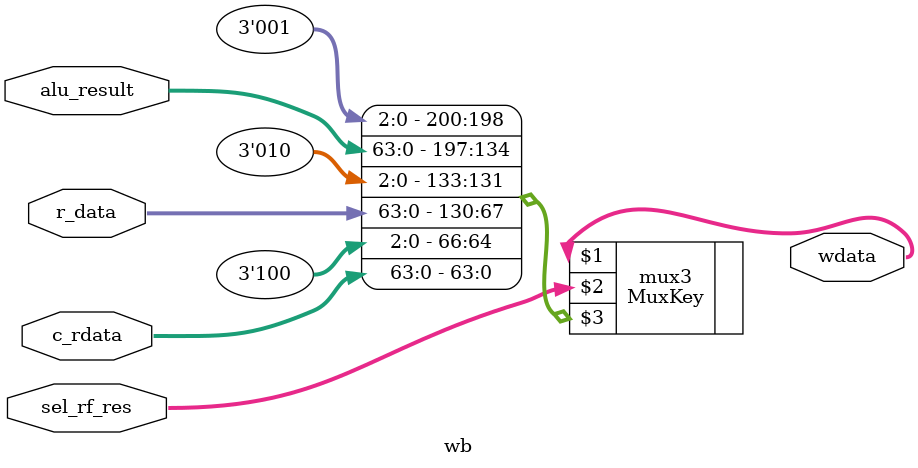
<source format=v>
module wb(input [63:0] r_data,input [63:0]alu_result,input [2:0]sel_rf_res,output [63:0]wdata,input [63:0]c_rdata);
	MuxKey #(3,3,64) mux3(wdata,sel_rf_res,{//alu_src2赋值
		3'b001,alu_result,
		3'b010,r_data,
		3'b100,c_rdata
		});
endmodule

</source>
